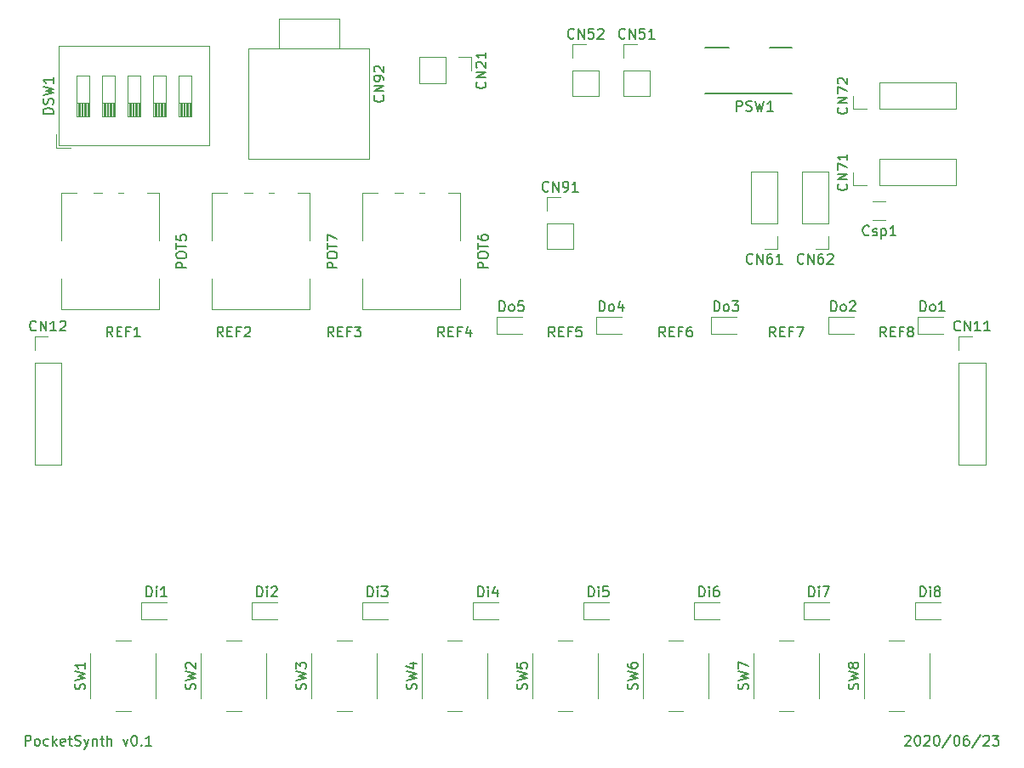
<source format=gto>
G04 #@! TF.GenerationSoftware,KiCad,Pcbnew,(5.1.4-0)*
G04 #@! TF.CreationDate,2020-07-05T15:44:46+08:00*
G04 #@! TF.ProjectId,pocketSynth,706f636b-6574-4537-996e-74682e6b6963,rev?*
G04 #@! TF.SameCoordinates,PX510ff40PY9896800*
G04 #@! TF.FileFunction,Legend,Top*
G04 #@! TF.FilePolarity,Positive*
%FSLAX46Y46*%
G04 Gerber Fmt 4.6, Leading zero omitted, Abs format (unit mm)*
G04 Created by KiCad (PCBNEW (5.1.4-0)) date 2020-07-05 15:44:46*
%MOMM*%
%LPD*%
G04 APERTURE LIST*
%ADD10C,0.150000*%
%ADD11C,0.120000*%
G04 APERTURE END LIST*
D10*
X89333333Y2452381D02*
X89380952Y2500000D01*
X89476190Y2547620D01*
X89714285Y2547620D01*
X89809523Y2500000D01*
X89857142Y2452381D01*
X89904761Y2357143D01*
X89904761Y2261905D01*
X89857142Y2119048D01*
X89285714Y1547620D01*
X89904761Y1547620D01*
X90523809Y2547620D02*
X90619047Y2547620D01*
X90714285Y2500000D01*
X90761904Y2452381D01*
X90809523Y2357143D01*
X90857142Y2166667D01*
X90857142Y1928572D01*
X90809523Y1738096D01*
X90761904Y1642858D01*
X90714285Y1595239D01*
X90619047Y1547620D01*
X90523809Y1547620D01*
X90428571Y1595239D01*
X90380952Y1642858D01*
X90333333Y1738096D01*
X90285714Y1928572D01*
X90285714Y2166667D01*
X90333333Y2357143D01*
X90380952Y2452381D01*
X90428571Y2500000D01*
X90523809Y2547620D01*
X91238095Y2452381D02*
X91285714Y2500000D01*
X91380952Y2547620D01*
X91619047Y2547620D01*
X91714285Y2500000D01*
X91761904Y2452381D01*
X91809523Y2357143D01*
X91809523Y2261905D01*
X91761904Y2119048D01*
X91190476Y1547620D01*
X91809523Y1547620D01*
X92428571Y2547620D02*
X92523809Y2547620D01*
X92619047Y2500000D01*
X92666666Y2452381D01*
X92714285Y2357143D01*
X92761904Y2166667D01*
X92761904Y1928572D01*
X92714285Y1738096D01*
X92666666Y1642858D01*
X92619047Y1595239D01*
X92523809Y1547620D01*
X92428571Y1547620D01*
X92333333Y1595239D01*
X92285714Y1642858D01*
X92238095Y1738096D01*
X92190476Y1928572D01*
X92190476Y2166667D01*
X92238095Y2357143D01*
X92285714Y2452381D01*
X92333333Y2500000D01*
X92428571Y2547620D01*
X93904761Y2595239D02*
X93047619Y1309524D01*
X94428571Y2547620D02*
X94523809Y2547620D01*
X94619047Y2500000D01*
X94666666Y2452381D01*
X94714285Y2357143D01*
X94761904Y2166667D01*
X94761904Y1928572D01*
X94714285Y1738096D01*
X94666666Y1642858D01*
X94619047Y1595239D01*
X94523809Y1547620D01*
X94428571Y1547620D01*
X94333333Y1595239D01*
X94285714Y1642858D01*
X94238095Y1738096D01*
X94190476Y1928572D01*
X94190476Y2166667D01*
X94238095Y2357143D01*
X94285714Y2452381D01*
X94333333Y2500000D01*
X94428571Y2547620D01*
X95619047Y2547620D02*
X95428571Y2547620D01*
X95333333Y2500000D01*
X95285714Y2452381D01*
X95190476Y2309524D01*
X95142857Y2119048D01*
X95142857Y1738096D01*
X95190476Y1642858D01*
X95238095Y1595239D01*
X95333333Y1547620D01*
X95523809Y1547620D01*
X95619047Y1595239D01*
X95666666Y1642858D01*
X95714285Y1738096D01*
X95714285Y1976191D01*
X95666666Y2071429D01*
X95619047Y2119048D01*
X95523809Y2166667D01*
X95333333Y2166667D01*
X95238095Y2119048D01*
X95190476Y2071429D01*
X95142857Y1976191D01*
X96857142Y2595239D02*
X96000000Y1309524D01*
X97142857Y2452381D02*
X97190476Y2500000D01*
X97285714Y2547620D01*
X97523809Y2547620D01*
X97619047Y2500000D01*
X97666666Y2452381D01*
X97714285Y2357143D01*
X97714285Y2261905D01*
X97666666Y2119048D01*
X97095238Y1547620D01*
X97714285Y1547620D01*
X98047619Y2547620D02*
X98666666Y2547620D01*
X98333333Y2166667D01*
X98476190Y2166667D01*
X98571428Y2119048D01*
X98619047Y2071429D01*
X98666666Y1976191D01*
X98666666Y1738096D01*
X98619047Y1642858D01*
X98571428Y1595239D01*
X98476190Y1547620D01*
X98190476Y1547620D01*
X98095238Y1595239D01*
X98047619Y1642858D01*
X1738095Y1547620D02*
X1738095Y2547620D01*
X2119047Y2547620D01*
X2214285Y2500000D01*
X2261904Y2452381D01*
X2309523Y2357143D01*
X2309523Y2214286D01*
X2261904Y2119048D01*
X2214285Y2071429D01*
X2119047Y2023810D01*
X1738095Y2023810D01*
X2880952Y1547620D02*
X2785714Y1595239D01*
X2738095Y1642858D01*
X2690476Y1738096D01*
X2690476Y2023810D01*
X2738095Y2119048D01*
X2785714Y2166667D01*
X2880952Y2214286D01*
X3023809Y2214286D01*
X3119047Y2166667D01*
X3166666Y2119048D01*
X3214285Y2023810D01*
X3214285Y1738096D01*
X3166666Y1642858D01*
X3119047Y1595239D01*
X3023809Y1547620D01*
X2880952Y1547620D01*
X4071428Y1595239D02*
X3976190Y1547620D01*
X3785714Y1547620D01*
X3690476Y1595239D01*
X3642857Y1642858D01*
X3595238Y1738096D01*
X3595238Y2023810D01*
X3642857Y2119048D01*
X3690476Y2166667D01*
X3785714Y2214286D01*
X3976190Y2214286D01*
X4071428Y2166667D01*
X4500000Y1547620D02*
X4500000Y2547620D01*
X4595238Y1928572D02*
X4880952Y1547620D01*
X4880952Y2214286D02*
X4500000Y1833334D01*
X5690476Y1595239D02*
X5595238Y1547620D01*
X5404761Y1547620D01*
X5309523Y1595239D01*
X5261904Y1690477D01*
X5261904Y2071429D01*
X5309523Y2166667D01*
X5404761Y2214286D01*
X5595238Y2214286D01*
X5690476Y2166667D01*
X5738095Y2071429D01*
X5738095Y1976191D01*
X5261904Y1880953D01*
X6023809Y2214286D02*
X6404761Y2214286D01*
X6166666Y2547620D02*
X6166666Y1690477D01*
X6214285Y1595239D01*
X6309523Y1547620D01*
X6404761Y1547620D01*
X6690476Y1595239D02*
X6833333Y1547620D01*
X7071428Y1547620D01*
X7166666Y1595239D01*
X7214285Y1642858D01*
X7261904Y1738096D01*
X7261904Y1833334D01*
X7214285Y1928572D01*
X7166666Y1976191D01*
X7071428Y2023810D01*
X6880952Y2071429D01*
X6785714Y2119048D01*
X6738095Y2166667D01*
X6690476Y2261905D01*
X6690476Y2357143D01*
X6738095Y2452381D01*
X6785714Y2500000D01*
X6880952Y2547620D01*
X7119047Y2547620D01*
X7261904Y2500000D01*
X7595238Y2214286D02*
X7833333Y1547620D01*
X8071428Y2214286D02*
X7833333Y1547620D01*
X7738095Y1309524D01*
X7690476Y1261905D01*
X7595238Y1214286D01*
X8452380Y2214286D02*
X8452380Y1547620D01*
X8452380Y2119048D02*
X8500000Y2166667D01*
X8595238Y2214286D01*
X8738095Y2214286D01*
X8833333Y2166667D01*
X8880952Y2071429D01*
X8880952Y1547620D01*
X9214285Y2214286D02*
X9595238Y2214286D01*
X9357142Y2547620D02*
X9357142Y1690477D01*
X9404761Y1595239D01*
X9500000Y1547620D01*
X9595238Y1547620D01*
X9928571Y1547620D02*
X9928571Y2547620D01*
X10357142Y1547620D02*
X10357142Y2071429D01*
X10309523Y2166667D01*
X10214285Y2214286D01*
X10071428Y2214286D01*
X9976190Y2166667D01*
X9928571Y2119048D01*
X11500000Y2214286D02*
X11738095Y1547620D01*
X11976190Y2214286D01*
X12547619Y2547620D02*
X12642857Y2547620D01*
X12738095Y2500000D01*
X12785714Y2452381D01*
X12833333Y2357143D01*
X12880952Y2166667D01*
X12880952Y1928572D01*
X12833333Y1738096D01*
X12785714Y1642858D01*
X12738095Y1595239D01*
X12642857Y1547620D01*
X12547619Y1547620D01*
X12452380Y1595239D01*
X12404761Y1642858D01*
X12357142Y1738096D01*
X12309523Y1928572D01*
X12309523Y2166667D01*
X12357142Y2357143D01*
X12404761Y2452381D01*
X12452380Y2500000D01*
X12547619Y2547620D01*
X13309523Y1642858D02*
X13357142Y1595239D01*
X13309523Y1547620D01*
X13261904Y1595239D01*
X13309523Y1642858D01*
X13309523Y1547620D01*
X14309523Y1547620D02*
X13738095Y1547620D01*
X14023809Y1547620D02*
X14023809Y2547620D01*
X13928571Y2404762D01*
X13833333Y2309524D01*
X13738095Y2261905D01*
D11*
X94670000Y29510000D02*
X97330000Y29510000D01*
X94670000Y39730000D02*
X94670000Y29510000D01*
X97330000Y39730000D02*
X97330000Y29510000D01*
X94670000Y39730000D02*
X97330000Y39730000D01*
X94670000Y41000000D02*
X94670000Y42330000D01*
X94670000Y42330000D02*
X96000000Y42330000D01*
X2670000Y42330000D02*
X4000000Y42330000D01*
X2670000Y41000000D02*
X2670000Y42330000D01*
X2670000Y39730000D02*
X5330000Y39730000D01*
X5330000Y39730000D02*
X5330000Y29510000D01*
X2670000Y39730000D02*
X2670000Y29510000D01*
X2670000Y29510000D02*
X5330000Y29510000D01*
X46170000Y70180000D02*
X46170000Y68850000D01*
X44840000Y70180000D02*
X46170000Y70180000D01*
X43570000Y70180000D02*
X43570000Y67520000D01*
X43570000Y67520000D02*
X40970000Y67520000D01*
X43570000Y70180000D02*
X40970000Y70180000D01*
X40970000Y70180000D02*
X40970000Y67520000D01*
X61290000Y66250000D02*
X63950000Y66250000D01*
X61290000Y68850000D02*
X61290000Y66250000D01*
X63950000Y68850000D02*
X63950000Y66250000D01*
X61290000Y68850000D02*
X63950000Y68850000D01*
X61290000Y70120000D02*
X61290000Y71450000D01*
X61290000Y71450000D02*
X62620000Y71450000D01*
X56210000Y71450000D02*
X57540000Y71450000D01*
X56210000Y70120000D02*
X56210000Y71450000D01*
X56210000Y68850000D02*
X58870000Y68850000D01*
X58870000Y68850000D02*
X58870000Y66250000D01*
X56210000Y68850000D02*
X56210000Y66250000D01*
X56210000Y66250000D02*
X58870000Y66250000D01*
X76650000Y58750000D02*
X73990000Y58750000D01*
X76650000Y53610000D02*
X76650000Y58750000D01*
X73990000Y53610000D02*
X73990000Y58750000D01*
X76650000Y53610000D02*
X73990000Y53610000D01*
X76650000Y52340000D02*
X76650000Y51010000D01*
X76650000Y51010000D02*
X75320000Y51010000D01*
X81730000Y51010000D02*
X80400000Y51010000D01*
X81730000Y52340000D02*
X81730000Y51010000D01*
X81730000Y53610000D02*
X79070000Y53610000D01*
X79070000Y53610000D02*
X79070000Y58750000D01*
X81730000Y53610000D02*
X81730000Y58750000D01*
X81730000Y58750000D02*
X79070000Y58750000D01*
X94430000Y57360000D02*
X94430000Y60020000D01*
X86750000Y57360000D02*
X94430000Y57360000D01*
X86750000Y60020000D02*
X94430000Y60020000D01*
X86750000Y57360000D02*
X86750000Y60020000D01*
X85480000Y57360000D02*
X84150000Y57360000D01*
X84150000Y57360000D02*
X84150000Y58690000D01*
X84150000Y64980000D02*
X84150000Y66310000D01*
X85480000Y64980000D02*
X84150000Y64980000D01*
X86750000Y64980000D02*
X86750000Y67640000D01*
X86750000Y67640000D02*
X94430000Y67640000D01*
X86750000Y64980000D02*
X94430000Y64980000D01*
X94430000Y64980000D02*
X94430000Y67640000D01*
X53670000Y51010000D02*
X56330000Y51010000D01*
X53670000Y53610000D02*
X53670000Y51010000D01*
X56330000Y53610000D02*
X56330000Y51010000D01*
X53670000Y53610000D02*
X56330000Y53610000D01*
X53670000Y54880000D02*
X53670000Y56210000D01*
X53670000Y56210000D02*
X55000000Y56210000D01*
X30000000Y71000000D02*
X36000000Y71000000D01*
X36000000Y71000000D02*
X36000000Y60000000D01*
X36000000Y60000000D02*
X24000000Y60000000D01*
X24000000Y60000000D02*
X24000000Y71000000D01*
X24000000Y71000000D02*
X30000000Y71000000D01*
X33000000Y71000000D02*
X33000000Y74000000D01*
X33000000Y74000000D02*
X27000000Y74000000D01*
X27000000Y74000000D02*
X27000000Y71000000D01*
X87399000Y53960000D02*
X86141000Y53960000D01*
X87399000Y55800000D02*
X86141000Y55800000D01*
X13300000Y15850000D02*
X15850000Y15850000D01*
X13300000Y14150000D02*
X15850000Y14150000D01*
X13300000Y15850000D02*
X13300000Y14150000D01*
X24300000Y15850000D02*
X24300000Y14150000D01*
X24300000Y14150000D02*
X26850000Y14150000D01*
X24300000Y15850000D02*
X26850000Y15850000D01*
X35300000Y15850000D02*
X37850000Y15850000D01*
X35300000Y14150000D02*
X37850000Y14150000D01*
X35300000Y15850000D02*
X35300000Y14150000D01*
X46300000Y15850000D02*
X46300000Y14150000D01*
X46300000Y14150000D02*
X48850000Y14150000D01*
X46300000Y15850000D02*
X48850000Y15850000D01*
X57300000Y15850000D02*
X59850000Y15850000D01*
X57300000Y14150000D02*
X59850000Y14150000D01*
X57300000Y15850000D02*
X57300000Y14150000D01*
X68300000Y15850000D02*
X68300000Y14150000D01*
X68300000Y14150000D02*
X70850000Y14150000D01*
X68300000Y15850000D02*
X70850000Y15850000D01*
X79250000Y15850000D02*
X81800000Y15850000D01*
X79250000Y14150000D02*
X81800000Y14150000D01*
X79250000Y15850000D02*
X79250000Y14150000D01*
X90300000Y15850000D02*
X90300000Y14150000D01*
X90300000Y14150000D02*
X92850000Y14150000D01*
X90300000Y15850000D02*
X92850000Y15850000D01*
X90550000Y44300000D02*
X90550000Y42600000D01*
X90550000Y42600000D02*
X93100000Y42600000D01*
X90550000Y44300000D02*
X93100000Y44300000D01*
X81660000Y44300000D02*
X81660000Y42600000D01*
X81660000Y42600000D02*
X84210000Y42600000D01*
X81660000Y44300000D02*
X84210000Y44300000D01*
X70010000Y44300000D02*
X72560000Y44300000D01*
X70010000Y42600000D02*
X72560000Y42600000D01*
X70010000Y44300000D02*
X70010000Y42600000D01*
X58580000Y44300000D02*
X58580000Y42600000D01*
X58580000Y42600000D02*
X61130000Y42600000D01*
X58580000Y44300000D02*
X61130000Y44300000D01*
X48640000Y44300000D02*
X51190000Y44300000D01*
X48640000Y42600000D02*
X51190000Y42600000D01*
X48640000Y44300000D02*
X48640000Y42600000D01*
X5080000Y61360000D02*
X5080000Y71260000D01*
X20080000Y61360000D02*
X20080000Y71260000D01*
X5080000Y61360000D02*
X20080000Y61360000D01*
X5080000Y71260000D02*
X20080000Y71260000D01*
X4840000Y61120000D02*
X4840000Y62504000D01*
X4840000Y61120000D02*
X6223000Y61120000D01*
X6865000Y64280000D02*
X8135000Y64280000D01*
X8135000Y64280000D02*
X8135000Y68340000D01*
X8135000Y68340000D02*
X6865000Y68340000D01*
X6865000Y68340000D02*
X6865000Y64280000D01*
X6985000Y64280000D02*
X6985000Y65633333D01*
X7105000Y64280000D02*
X7105000Y65633333D01*
X7225000Y64280000D02*
X7225000Y65633333D01*
X7345000Y64280000D02*
X7345000Y65633333D01*
X7465000Y64280000D02*
X7465000Y65633333D01*
X7585000Y64280000D02*
X7585000Y65633333D01*
X7705000Y64280000D02*
X7705000Y65633333D01*
X7825000Y64280000D02*
X7825000Y65633333D01*
X7945000Y64280000D02*
X7945000Y65633333D01*
X8065000Y64280000D02*
X8065000Y65633333D01*
X6865000Y65633333D02*
X8135000Y65633333D01*
X9405000Y64280000D02*
X10675000Y64280000D01*
X10675000Y64280000D02*
X10675000Y68340000D01*
X10675000Y68340000D02*
X9405000Y68340000D01*
X9405000Y68340000D02*
X9405000Y64280000D01*
X9525000Y64280000D02*
X9525000Y65633333D01*
X9645000Y64280000D02*
X9645000Y65633333D01*
X9765000Y64280000D02*
X9765000Y65633333D01*
X9885000Y64280000D02*
X9885000Y65633333D01*
X10005000Y64280000D02*
X10005000Y65633333D01*
X10125000Y64280000D02*
X10125000Y65633333D01*
X10245000Y64280000D02*
X10245000Y65633333D01*
X10365000Y64280000D02*
X10365000Y65633333D01*
X10485000Y64280000D02*
X10485000Y65633333D01*
X10605000Y64280000D02*
X10605000Y65633333D01*
X9405000Y65633333D02*
X10675000Y65633333D01*
X11945000Y64280000D02*
X13215000Y64280000D01*
X13215000Y64280000D02*
X13215000Y68340000D01*
X13215000Y68340000D02*
X11945000Y68340000D01*
X11945000Y68340000D02*
X11945000Y64280000D01*
X12065000Y64280000D02*
X12065000Y65633333D01*
X12185000Y64280000D02*
X12185000Y65633333D01*
X12305000Y64280000D02*
X12305000Y65633333D01*
X12425000Y64280000D02*
X12425000Y65633333D01*
X12545000Y64280000D02*
X12545000Y65633333D01*
X12665000Y64280000D02*
X12665000Y65633333D01*
X12785000Y64280000D02*
X12785000Y65633333D01*
X12905000Y64280000D02*
X12905000Y65633333D01*
X13025000Y64280000D02*
X13025000Y65633333D01*
X13145000Y64280000D02*
X13145000Y65633333D01*
X11945000Y65633333D02*
X13215000Y65633333D01*
X14485000Y64280000D02*
X15755000Y64280000D01*
X15755000Y64280000D02*
X15755000Y68340000D01*
X15755000Y68340000D02*
X14485000Y68340000D01*
X14485000Y68340000D02*
X14485000Y64280000D01*
X14605000Y64280000D02*
X14605000Y65633333D01*
X14725000Y64280000D02*
X14725000Y65633333D01*
X14845000Y64280000D02*
X14845000Y65633333D01*
X14965000Y64280000D02*
X14965000Y65633333D01*
X15085000Y64280000D02*
X15085000Y65633333D01*
X15205000Y64280000D02*
X15205000Y65633333D01*
X15325000Y64280000D02*
X15325000Y65633333D01*
X15445000Y64280000D02*
X15445000Y65633333D01*
X15565000Y64280000D02*
X15565000Y65633333D01*
X15685000Y64280000D02*
X15685000Y65633333D01*
X14485000Y65633333D02*
X15755000Y65633333D01*
X17025000Y64280000D02*
X18295000Y64280000D01*
X18295000Y64280000D02*
X18295000Y68340000D01*
X18295000Y68340000D02*
X17025000Y68340000D01*
X17025000Y68340000D02*
X17025000Y64280000D01*
X17145000Y64280000D02*
X17145000Y65633333D01*
X17265000Y64280000D02*
X17265000Y65633333D01*
X17385000Y64280000D02*
X17385000Y65633333D01*
X17505000Y64280000D02*
X17505000Y65633333D01*
X17625000Y64280000D02*
X17625000Y65633333D01*
X17745000Y64280000D02*
X17745000Y65633333D01*
X17865000Y64280000D02*
X17865000Y65633333D01*
X17985000Y64280000D02*
X17985000Y65633333D01*
X18105000Y64280000D02*
X18105000Y65633333D01*
X18225000Y64280000D02*
X18225000Y65633333D01*
X17025000Y65633333D02*
X18295000Y65633333D01*
X38540000Y56620000D02*
X39370000Y56620000D01*
X40990000Y56620000D02*
X41520000Y56620000D01*
X43890000Y56620000D02*
X45070000Y56620000D01*
X35330000Y56620000D02*
X35330000Y51900000D01*
X45070000Y48090000D02*
X45070000Y45030000D01*
X45080000Y56620000D02*
X45080000Y51900000D01*
X35330000Y48090000D02*
X35330000Y45030000D01*
X35330000Y56620000D02*
X36820000Y56620000D01*
X35330000Y45030000D02*
X45070000Y45030000D01*
X20330000Y45030000D02*
X30070000Y45030000D01*
X20330000Y56620000D02*
X21820000Y56620000D01*
X20330000Y48090000D02*
X20330000Y45030000D01*
X30080000Y56620000D02*
X30080000Y51900000D01*
X30070000Y48090000D02*
X30070000Y45030000D01*
X20330000Y56620000D02*
X20330000Y51900000D01*
X28890000Y56620000D02*
X30070000Y56620000D01*
X25990000Y56620000D02*
X26520000Y56620000D01*
X23540000Y56620000D02*
X24370000Y56620000D01*
X5330000Y45030000D02*
X15070000Y45030000D01*
X5330000Y56620000D02*
X6820000Y56620000D01*
X5330000Y48090000D02*
X5330000Y45030000D01*
X15080000Y56620000D02*
X15080000Y51900000D01*
X15070000Y48090000D02*
X15070000Y45030000D01*
X5330000Y56620000D02*
X5330000Y51900000D01*
X13890000Y56620000D02*
X15070000Y56620000D01*
X10990000Y56620000D02*
X11520000Y56620000D01*
X8540000Y56620000D02*
X9370000Y56620000D01*
D10*
X78060000Y66550000D02*
X69460000Y66550000D01*
X78060000Y71150000D02*
X75860000Y71150000D01*
X71760000Y71150000D02*
X69460000Y71150000D01*
D11*
X12250000Y12000000D02*
X10750000Y12000000D01*
X8250000Y10750000D02*
X8250000Y6250000D01*
X10750000Y5000000D02*
X12250000Y5000000D01*
X14750000Y6250000D02*
X14750000Y10750000D01*
X25750000Y6250000D02*
X25750000Y10750000D01*
X21750000Y5000000D02*
X23250000Y5000000D01*
X19250000Y10750000D02*
X19250000Y6250000D01*
X23250000Y12000000D02*
X21750000Y12000000D01*
X34250000Y12000000D02*
X32750000Y12000000D01*
X30250000Y10750000D02*
X30250000Y6250000D01*
X32750000Y5000000D02*
X34250000Y5000000D01*
X36750000Y6250000D02*
X36750000Y10750000D01*
X47750000Y6250000D02*
X47750000Y10750000D01*
X43750000Y5000000D02*
X45250000Y5000000D01*
X41250000Y10750000D02*
X41250000Y6250000D01*
X45250000Y12000000D02*
X43750000Y12000000D01*
X56250000Y12000000D02*
X54750000Y12000000D01*
X52250000Y10750000D02*
X52250000Y6250000D01*
X54750000Y5000000D02*
X56250000Y5000000D01*
X58750000Y6250000D02*
X58750000Y10750000D01*
X69750000Y6250000D02*
X69750000Y10750000D01*
X65750000Y5000000D02*
X67250000Y5000000D01*
X63250000Y10750000D02*
X63250000Y6250000D01*
X67250000Y12000000D02*
X65750000Y12000000D01*
X78250000Y12000000D02*
X76750000Y12000000D01*
X74250000Y10750000D02*
X74250000Y6250000D01*
X76750000Y5000000D02*
X78250000Y5000000D01*
X80750000Y6250000D02*
X80750000Y10750000D01*
X91750000Y6250000D02*
X91750000Y10750000D01*
X87750000Y5000000D02*
X89250000Y5000000D01*
X85250000Y10750000D02*
X85250000Y6250000D01*
X89250000Y12000000D02*
X87750000Y12000000D01*
D10*
X76452380Y42297620D02*
X76119047Y42773810D01*
X75880952Y42297620D02*
X75880952Y43297620D01*
X76261904Y43297620D01*
X76357142Y43250000D01*
X76404761Y43202381D01*
X76452380Y43107143D01*
X76452380Y42964286D01*
X76404761Y42869048D01*
X76357142Y42821429D01*
X76261904Y42773810D01*
X75880952Y42773810D01*
X76880952Y42821429D02*
X77214285Y42821429D01*
X77357142Y42297620D02*
X76880952Y42297620D01*
X76880952Y43297620D01*
X77357142Y43297620D01*
X78119047Y42821429D02*
X77785714Y42821429D01*
X77785714Y42297620D02*
X77785714Y43297620D01*
X78261904Y43297620D01*
X78547619Y43297620D02*
X79214285Y43297620D01*
X78785714Y42297620D01*
X87452380Y42297620D02*
X87119047Y42773810D01*
X86880952Y42297620D02*
X86880952Y43297620D01*
X87261904Y43297620D01*
X87357142Y43250000D01*
X87404761Y43202381D01*
X87452380Y43107143D01*
X87452380Y42964286D01*
X87404761Y42869048D01*
X87357142Y42821429D01*
X87261904Y42773810D01*
X86880952Y42773810D01*
X87880952Y42821429D02*
X88214285Y42821429D01*
X88357142Y42297620D02*
X87880952Y42297620D01*
X87880952Y43297620D01*
X88357142Y43297620D01*
X89119047Y42821429D02*
X88785714Y42821429D01*
X88785714Y42297620D02*
X88785714Y43297620D01*
X89261904Y43297620D01*
X89785714Y42869048D02*
X89690476Y42916667D01*
X89642857Y42964286D01*
X89595238Y43059524D01*
X89595238Y43107143D01*
X89642857Y43202381D01*
X89690476Y43250000D01*
X89785714Y43297620D01*
X89976190Y43297620D01*
X90071428Y43250000D01*
X90119047Y43202381D01*
X90166666Y43107143D01*
X90166666Y43059524D01*
X90119047Y42964286D01*
X90071428Y42916667D01*
X89976190Y42869048D01*
X89785714Y42869048D01*
X89690476Y42821429D01*
X89642857Y42773810D01*
X89595238Y42678572D01*
X89595238Y42488096D01*
X89642857Y42392858D01*
X89690476Y42345239D01*
X89785714Y42297620D01*
X89976190Y42297620D01*
X90071428Y42345239D01*
X90119047Y42392858D01*
X90166666Y42488096D01*
X90166666Y42678572D01*
X90119047Y42773810D01*
X90071428Y42821429D01*
X89976190Y42869048D01*
X54452380Y42297620D02*
X54119047Y42773810D01*
X53880952Y42297620D02*
X53880952Y43297620D01*
X54261904Y43297620D01*
X54357142Y43250000D01*
X54404761Y43202381D01*
X54452380Y43107143D01*
X54452380Y42964286D01*
X54404761Y42869048D01*
X54357142Y42821429D01*
X54261904Y42773810D01*
X53880952Y42773810D01*
X54880952Y42821429D02*
X55214285Y42821429D01*
X55357142Y42297620D02*
X54880952Y42297620D01*
X54880952Y43297620D01*
X55357142Y43297620D01*
X56119047Y42821429D02*
X55785714Y42821429D01*
X55785714Y42297620D02*
X55785714Y43297620D01*
X56261904Y43297620D01*
X57119047Y43297620D02*
X56642857Y43297620D01*
X56595238Y42821429D01*
X56642857Y42869048D01*
X56738095Y42916667D01*
X56976190Y42916667D01*
X57071428Y42869048D01*
X57119047Y42821429D01*
X57166666Y42726191D01*
X57166666Y42488096D01*
X57119047Y42392858D01*
X57071428Y42345239D01*
X56976190Y42297620D01*
X56738095Y42297620D01*
X56642857Y42345239D01*
X56595238Y42392858D01*
X65452380Y42297620D02*
X65119047Y42773810D01*
X64880952Y42297620D02*
X64880952Y43297620D01*
X65261904Y43297620D01*
X65357142Y43250000D01*
X65404761Y43202381D01*
X65452380Y43107143D01*
X65452380Y42964286D01*
X65404761Y42869048D01*
X65357142Y42821429D01*
X65261904Y42773810D01*
X64880952Y42773810D01*
X65880952Y42821429D02*
X66214285Y42821429D01*
X66357142Y42297620D02*
X65880952Y42297620D01*
X65880952Y43297620D01*
X66357142Y43297620D01*
X67119047Y42821429D02*
X66785714Y42821429D01*
X66785714Y42297620D02*
X66785714Y43297620D01*
X67261904Y43297620D01*
X68071428Y43297620D02*
X67880952Y43297620D01*
X67785714Y43250000D01*
X67738095Y43202381D01*
X67642857Y43059524D01*
X67595238Y42869048D01*
X67595238Y42488096D01*
X67642857Y42392858D01*
X67690476Y42345239D01*
X67785714Y42297620D01*
X67976190Y42297620D01*
X68071428Y42345239D01*
X68119047Y42392858D01*
X68166666Y42488096D01*
X68166666Y42726191D01*
X68119047Y42821429D01*
X68071428Y42869048D01*
X67976190Y42916667D01*
X67785714Y42916667D01*
X67690476Y42869048D01*
X67642857Y42821429D01*
X67595238Y42726191D01*
X32452380Y42297620D02*
X32119047Y42773810D01*
X31880952Y42297620D02*
X31880952Y43297620D01*
X32261904Y43297620D01*
X32357142Y43250000D01*
X32404761Y43202381D01*
X32452380Y43107143D01*
X32452380Y42964286D01*
X32404761Y42869048D01*
X32357142Y42821429D01*
X32261904Y42773810D01*
X31880952Y42773810D01*
X32880952Y42821429D02*
X33214285Y42821429D01*
X33357142Y42297620D02*
X32880952Y42297620D01*
X32880952Y43297620D01*
X33357142Y43297620D01*
X34119047Y42821429D02*
X33785714Y42821429D01*
X33785714Y42297620D02*
X33785714Y43297620D01*
X34261904Y43297620D01*
X34547619Y43297620D02*
X35166666Y43297620D01*
X34833333Y42916667D01*
X34976190Y42916667D01*
X35071428Y42869048D01*
X35119047Y42821429D01*
X35166666Y42726191D01*
X35166666Y42488096D01*
X35119047Y42392858D01*
X35071428Y42345239D01*
X34976190Y42297620D01*
X34690476Y42297620D01*
X34595238Y42345239D01*
X34547619Y42392858D01*
X43452380Y42297620D02*
X43119047Y42773810D01*
X42880952Y42297620D02*
X42880952Y43297620D01*
X43261904Y43297620D01*
X43357142Y43250000D01*
X43404761Y43202381D01*
X43452380Y43107143D01*
X43452380Y42964286D01*
X43404761Y42869048D01*
X43357142Y42821429D01*
X43261904Y42773810D01*
X42880952Y42773810D01*
X43880952Y42821429D02*
X44214285Y42821429D01*
X44357142Y42297620D02*
X43880952Y42297620D01*
X43880952Y43297620D01*
X44357142Y43297620D01*
X45119047Y42821429D02*
X44785714Y42821429D01*
X44785714Y42297620D02*
X44785714Y43297620D01*
X45261904Y43297620D01*
X46071428Y42964286D02*
X46071428Y42297620D01*
X45833333Y43345239D02*
X45595238Y42630953D01*
X46214285Y42630953D01*
X21452380Y42297620D02*
X21119047Y42773810D01*
X20880952Y42297620D02*
X20880952Y43297620D01*
X21261904Y43297620D01*
X21357142Y43250000D01*
X21404761Y43202381D01*
X21452380Y43107143D01*
X21452380Y42964286D01*
X21404761Y42869048D01*
X21357142Y42821429D01*
X21261904Y42773810D01*
X20880952Y42773810D01*
X21880952Y42821429D02*
X22214285Y42821429D01*
X22357142Y42297620D02*
X21880952Y42297620D01*
X21880952Y43297620D01*
X22357142Y43297620D01*
X23119047Y42821429D02*
X22785714Y42821429D01*
X22785714Y42297620D02*
X22785714Y43297620D01*
X23261904Y43297620D01*
X23595238Y43202381D02*
X23642857Y43250000D01*
X23738095Y43297620D01*
X23976190Y43297620D01*
X24071428Y43250000D01*
X24119047Y43202381D01*
X24166666Y43107143D01*
X24166666Y43011905D01*
X24119047Y42869048D01*
X23547619Y42297620D01*
X24166666Y42297620D01*
X10452380Y42297620D02*
X10119047Y42773810D01*
X9880952Y42297620D02*
X9880952Y43297620D01*
X10261904Y43297620D01*
X10357142Y43250000D01*
X10404761Y43202381D01*
X10452380Y43107143D01*
X10452380Y42964286D01*
X10404761Y42869048D01*
X10357142Y42821429D01*
X10261904Y42773810D01*
X9880952Y42773810D01*
X10880952Y42821429D02*
X11214285Y42821429D01*
X11357142Y42297620D02*
X10880952Y42297620D01*
X10880952Y43297620D01*
X11357142Y43297620D01*
X12119047Y42821429D02*
X11785714Y42821429D01*
X11785714Y42297620D02*
X11785714Y43297620D01*
X12261904Y43297620D01*
X13166666Y42297620D02*
X12595238Y42297620D01*
X12880952Y42297620D02*
X12880952Y43297620D01*
X12785714Y43154762D01*
X12690476Y43059524D01*
X12595238Y43011905D01*
X94833333Y42972858D02*
X94785714Y42925239D01*
X94642857Y42877620D01*
X94547619Y42877620D01*
X94404761Y42925239D01*
X94309523Y43020477D01*
X94261904Y43115715D01*
X94214285Y43306191D01*
X94214285Y43449048D01*
X94261904Y43639524D01*
X94309523Y43734762D01*
X94404761Y43830000D01*
X94547619Y43877620D01*
X94642857Y43877620D01*
X94785714Y43830000D01*
X94833333Y43782381D01*
X95261904Y42877620D02*
X95261904Y43877620D01*
X95833333Y42877620D01*
X95833333Y43877620D01*
X96833333Y42877620D02*
X96261904Y42877620D01*
X96547619Y42877620D02*
X96547619Y43877620D01*
X96452380Y43734762D01*
X96357142Y43639524D01*
X96261904Y43591905D01*
X97785714Y42877620D02*
X97214285Y42877620D01*
X97500000Y42877620D02*
X97500000Y43877620D01*
X97404761Y43734762D01*
X97309523Y43639524D01*
X97214285Y43591905D01*
X2833333Y42972858D02*
X2785714Y42925239D01*
X2642857Y42877620D01*
X2547619Y42877620D01*
X2404761Y42925239D01*
X2309523Y43020477D01*
X2261904Y43115715D01*
X2214285Y43306191D01*
X2214285Y43449048D01*
X2261904Y43639524D01*
X2309523Y43734762D01*
X2404761Y43830000D01*
X2547619Y43877620D01*
X2642857Y43877620D01*
X2785714Y43830000D01*
X2833333Y43782381D01*
X3261904Y42877620D02*
X3261904Y43877620D01*
X3833333Y42877620D01*
X3833333Y43877620D01*
X4833333Y42877620D02*
X4261904Y42877620D01*
X4547619Y42877620D02*
X4547619Y43877620D01*
X4452380Y43734762D01*
X4357142Y43639524D01*
X4261904Y43591905D01*
X5214285Y43782381D02*
X5261904Y43830000D01*
X5357142Y43877620D01*
X5595238Y43877620D01*
X5690476Y43830000D01*
X5738095Y43782381D01*
X5785714Y43687143D01*
X5785714Y43591905D01*
X5738095Y43449048D01*
X5166666Y42877620D01*
X5785714Y42877620D01*
X47527142Y67683334D02*
X47574761Y67635715D01*
X47622380Y67492858D01*
X47622380Y67397620D01*
X47574761Y67254762D01*
X47479523Y67159524D01*
X47384285Y67111905D01*
X47193809Y67064286D01*
X47050952Y67064286D01*
X46860476Y67111905D01*
X46765238Y67159524D01*
X46670000Y67254762D01*
X46622380Y67397620D01*
X46622380Y67492858D01*
X46670000Y67635715D01*
X46717619Y67683334D01*
X47622380Y68111905D02*
X46622380Y68111905D01*
X47622380Y68683334D01*
X46622380Y68683334D01*
X46717619Y69111905D02*
X46670000Y69159524D01*
X46622380Y69254762D01*
X46622380Y69492858D01*
X46670000Y69588096D01*
X46717619Y69635715D01*
X46812857Y69683334D01*
X46908095Y69683334D01*
X47050952Y69635715D01*
X47622380Y69064286D01*
X47622380Y69683334D01*
X47622380Y70635715D02*
X47622380Y70064286D01*
X47622380Y70350000D02*
X46622380Y70350000D01*
X46765238Y70254762D01*
X46860476Y70159524D01*
X46908095Y70064286D01*
X61453333Y72092858D02*
X61405714Y72045239D01*
X61262857Y71997620D01*
X61167619Y71997620D01*
X61024761Y72045239D01*
X60929523Y72140477D01*
X60881904Y72235715D01*
X60834285Y72426191D01*
X60834285Y72569048D01*
X60881904Y72759524D01*
X60929523Y72854762D01*
X61024761Y72950000D01*
X61167619Y72997620D01*
X61262857Y72997620D01*
X61405714Y72950000D01*
X61453333Y72902381D01*
X61881904Y71997620D02*
X61881904Y72997620D01*
X62453333Y71997620D01*
X62453333Y72997620D01*
X63405714Y72997620D02*
X62929523Y72997620D01*
X62881904Y72521429D01*
X62929523Y72569048D01*
X63024761Y72616667D01*
X63262857Y72616667D01*
X63358095Y72569048D01*
X63405714Y72521429D01*
X63453333Y72426191D01*
X63453333Y72188096D01*
X63405714Y72092858D01*
X63358095Y72045239D01*
X63262857Y71997620D01*
X63024761Y71997620D01*
X62929523Y72045239D01*
X62881904Y72092858D01*
X64405714Y71997620D02*
X63834285Y71997620D01*
X64120000Y71997620D02*
X64120000Y72997620D01*
X64024761Y72854762D01*
X63929523Y72759524D01*
X63834285Y72711905D01*
X56373333Y72092858D02*
X56325714Y72045239D01*
X56182857Y71997620D01*
X56087619Y71997620D01*
X55944761Y72045239D01*
X55849523Y72140477D01*
X55801904Y72235715D01*
X55754285Y72426191D01*
X55754285Y72569048D01*
X55801904Y72759524D01*
X55849523Y72854762D01*
X55944761Y72950000D01*
X56087619Y72997620D01*
X56182857Y72997620D01*
X56325714Y72950000D01*
X56373333Y72902381D01*
X56801904Y71997620D02*
X56801904Y72997620D01*
X57373333Y71997620D01*
X57373333Y72997620D01*
X58325714Y72997620D02*
X57849523Y72997620D01*
X57801904Y72521429D01*
X57849523Y72569048D01*
X57944761Y72616667D01*
X58182857Y72616667D01*
X58278095Y72569048D01*
X58325714Y72521429D01*
X58373333Y72426191D01*
X58373333Y72188096D01*
X58325714Y72092858D01*
X58278095Y72045239D01*
X58182857Y71997620D01*
X57944761Y71997620D01*
X57849523Y72045239D01*
X57801904Y72092858D01*
X58754285Y72902381D02*
X58801904Y72950000D01*
X58897142Y72997620D01*
X59135238Y72997620D01*
X59230476Y72950000D01*
X59278095Y72902381D01*
X59325714Y72807143D01*
X59325714Y72711905D01*
X59278095Y72569048D01*
X58706666Y71997620D01*
X59325714Y71997620D01*
X74153333Y49652858D02*
X74105714Y49605239D01*
X73962857Y49557620D01*
X73867619Y49557620D01*
X73724761Y49605239D01*
X73629523Y49700477D01*
X73581904Y49795715D01*
X73534285Y49986191D01*
X73534285Y50129048D01*
X73581904Y50319524D01*
X73629523Y50414762D01*
X73724761Y50510000D01*
X73867619Y50557620D01*
X73962857Y50557620D01*
X74105714Y50510000D01*
X74153333Y50462381D01*
X74581904Y49557620D02*
X74581904Y50557620D01*
X75153333Y49557620D01*
X75153333Y50557620D01*
X76058095Y50557620D02*
X75867619Y50557620D01*
X75772380Y50510000D01*
X75724761Y50462381D01*
X75629523Y50319524D01*
X75581904Y50129048D01*
X75581904Y49748096D01*
X75629523Y49652858D01*
X75677142Y49605239D01*
X75772380Y49557620D01*
X75962857Y49557620D01*
X76058095Y49605239D01*
X76105714Y49652858D01*
X76153333Y49748096D01*
X76153333Y49986191D01*
X76105714Y50081429D01*
X76058095Y50129048D01*
X75962857Y50176667D01*
X75772380Y50176667D01*
X75677142Y50129048D01*
X75629523Y50081429D01*
X75581904Y49986191D01*
X77105714Y49557620D02*
X76534285Y49557620D01*
X76820000Y49557620D02*
X76820000Y50557620D01*
X76724761Y50414762D01*
X76629523Y50319524D01*
X76534285Y50271905D01*
X79233333Y49652858D02*
X79185714Y49605239D01*
X79042857Y49557620D01*
X78947619Y49557620D01*
X78804761Y49605239D01*
X78709523Y49700477D01*
X78661904Y49795715D01*
X78614285Y49986191D01*
X78614285Y50129048D01*
X78661904Y50319524D01*
X78709523Y50414762D01*
X78804761Y50510000D01*
X78947619Y50557620D01*
X79042857Y50557620D01*
X79185714Y50510000D01*
X79233333Y50462381D01*
X79661904Y49557620D02*
X79661904Y50557620D01*
X80233333Y49557620D01*
X80233333Y50557620D01*
X81138095Y50557620D02*
X80947619Y50557620D01*
X80852380Y50510000D01*
X80804761Y50462381D01*
X80709523Y50319524D01*
X80661904Y50129048D01*
X80661904Y49748096D01*
X80709523Y49652858D01*
X80757142Y49605239D01*
X80852380Y49557620D01*
X81042857Y49557620D01*
X81138095Y49605239D01*
X81185714Y49652858D01*
X81233333Y49748096D01*
X81233333Y49986191D01*
X81185714Y50081429D01*
X81138095Y50129048D01*
X81042857Y50176667D01*
X80852380Y50176667D01*
X80757142Y50129048D01*
X80709523Y50081429D01*
X80661904Y49986191D01*
X81614285Y50462381D02*
X81661904Y50510000D01*
X81757142Y50557620D01*
X81995238Y50557620D01*
X82090476Y50510000D01*
X82138095Y50462381D01*
X82185714Y50367143D01*
X82185714Y50271905D01*
X82138095Y50129048D01*
X81566666Y49557620D01*
X82185714Y49557620D01*
X83507142Y57523334D02*
X83554761Y57475715D01*
X83602380Y57332858D01*
X83602380Y57237620D01*
X83554761Y57094762D01*
X83459523Y56999524D01*
X83364285Y56951905D01*
X83173809Y56904286D01*
X83030952Y56904286D01*
X82840476Y56951905D01*
X82745238Y56999524D01*
X82650000Y57094762D01*
X82602380Y57237620D01*
X82602380Y57332858D01*
X82650000Y57475715D01*
X82697619Y57523334D01*
X83602380Y57951905D02*
X82602380Y57951905D01*
X83602380Y58523334D01*
X82602380Y58523334D01*
X82602380Y58904286D02*
X82602380Y59570953D01*
X83602380Y59142381D01*
X83602380Y60475715D02*
X83602380Y59904286D01*
X83602380Y60190000D02*
X82602380Y60190000D01*
X82745238Y60094762D01*
X82840476Y59999524D01*
X82888095Y59904286D01*
X83507142Y65143334D02*
X83554761Y65095715D01*
X83602380Y64952858D01*
X83602380Y64857620D01*
X83554761Y64714762D01*
X83459523Y64619524D01*
X83364285Y64571905D01*
X83173809Y64524286D01*
X83030952Y64524286D01*
X82840476Y64571905D01*
X82745238Y64619524D01*
X82650000Y64714762D01*
X82602380Y64857620D01*
X82602380Y64952858D01*
X82650000Y65095715D01*
X82697619Y65143334D01*
X83602380Y65571905D02*
X82602380Y65571905D01*
X83602380Y66143334D01*
X82602380Y66143334D01*
X82602380Y66524286D02*
X82602380Y67190953D01*
X83602380Y66762381D01*
X82697619Y67524286D02*
X82650000Y67571905D01*
X82602380Y67667143D01*
X82602380Y67905239D01*
X82650000Y68000477D01*
X82697619Y68048096D01*
X82792857Y68095715D01*
X82888095Y68095715D01*
X83030952Y68048096D01*
X83602380Y67476667D01*
X83602380Y68095715D01*
X53833333Y56852858D02*
X53785714Y56805239D01*
X53642857Y56757620D01*
X53547619Y56757620D01*
X53404761Y56805239D01*
X53309523Y56900477D01*
X53261904Y56995715D01*
X53214285Y57186191D01*
X53214285Y57329048D01*
X53261904Y57519524D01*
X53309523Y57614762D01*
X53404761Y57710000D01*
X53547619Y57757620D01*
X53642857Y57757620D01*
X53785714Y57710000D01*
X53833333Y57662381D01*
X54261904Y56757620D02*
X54261904Y57757620D01*
X54833333Y56757620D01*
X54833333Y57757620D01*
X55357142Y56757620D02*
X55547619Y56757620D01*
X55642857Y56805239D01*
X55690476Y56852858D01*
X55785714Y56995715D01*
X55833333Y57186191D01*
X55833333Y57567143D01*
X55785714Y57662381D01*
X55738095Y57710000D01*
X55642857Y57757620D01*
X55452380Y57757620D01*
X55357142Y57710000D01*
X55309523Y57662381D01*
X55261904Y57567143D01*
X55261904Y57329048D01*
X55309523Y57233810D01*
X55357142Y57186191D01*
X55452380Y57138572D01*
X55642857Y57138572D01*
X55738095Y57186191D01*
X55785714Y57233810D01*
X55833333Y57329048D01*
X56785714Y56757620D02*
X56214285Y56757620D01*
X56500000Y56757620D02*
X56500000Y57757620D01*
X56404761Y57614762D01*
X56309523Y57519524D01*
X56214285Y57471905D01*
X37357142Y66333334D02*
X37404761Y66285715D01*
X37452380Y66142858D01*
X37452380Y66047620D01*
X37404761Y65904762D01*
X37309523Y65809524D01*
X37214285Y65761905D01*
X37023809Y65714286D01*
X36880952Y65714286D01*
X36690476Y65761905D01*
X36595238Y65809524D01*
X36500000Y65904762D01*
X36452380Y66047620D01*
X36452380Y66142858D01*
X36500000Y66285715D01*
X36547619Y66333334D01*
X37452380Y66761905D02*
X36452380Y66761905D01*
X37452380Y67333334D01*
X36452380Y67333334D01*
X37452380Y67857143D02*
X37452380Y68047620D01*
X37404761Y68142858D01*
X37357142Y68190477D01*
X37214285Y68285715D01*
X37023809Y68333334D01*
X36642857Y68333334D01*
X36547619Y68285715D01*
X36500000Y68238096D01*
X36452380Y68142858D01*
X36452380Y67952381D01*
X36500000Y67857143D01*
X36547619Y67809524D01*
X36642857Y67761905D01*
X36880952Y67761905D01*
X36976190Y67809524D01*
X37023809Y67857143D01*
X37071428Y67952381D01*
X37071428Y68142858D01*
X37023809Y68238096D01*
X36976190Y68285715D01*
X36880952Y68333334D01*
X36547619Y68714286D02*
X36500000Y68761905D01*
X36452380Y68857143D01*
X36452380Y69095239D01*
X36500000Y69190477D01*
X36547619Y69238096D01*
X36642857Y69285715D01*
X36738095Y69285715D01*
X36880952Y69238096D01*
X37452380Y68666667D01*
X37452380Y69285715D01*
X85746190Y52472858D02*
X85698571Y52425239D01*
X85555714Y52377620D01*
X85460476Y52377620D01*
X85317619Y52425239D01*
X85222380Y52520477D01*
X85174761Y52615715D01*
X85127142Y52806191D01*
X85127142Y52949048D01*
X85174761Y53139524D01*
X85222380Y53234762D01*
X85317619Y53330000D01*
X85460476Y53377620D01*
X85555714Y53377620D01*
X85698571Y53330000D01*
X85746190Y53282381D01*
X86127142Y52425239D02*
X86222380Y52377620D01*
X86412857Y52377620D01*
X86508095Y52425239D01*
X86555714Y52520477D01*
X86555714Y52568096D01*
X86508095Y52663334D01*
X86412857Y52710953D01*
X86270000Y52710953D01*
X86174761Y52758572D01*
X86127142Y52853810D01*
X86127142Y52901429D01*
X86174761Y52996667D01*
X86270000Y53044286D01*
X86412857Y53044286D01*
X86508095Y52996667D01*
X86984285Y53044286D02*
X86984285Y52044286D01*
X86984285Y52996667D02*
X87079523Y53044286D01*
X87270000Y53044286D01*
X87365238Y52996667D01*
X87412857Y52949048D01*
X87460476Y52853810D01*
X87460476Y52568096D01*
X87412857Y52472858D01*
X87365238Y52425239D01*
X87270000Y52377620D01*
X87079523Y52377620D01*
X86984285Y52425239D01*
X88412857Y52377620D02*
X87841428Y52377620D01*
X88127142Y52377620D02*
X88127142Y53377620D01*
X88031904Y53234762D01*
X87936666Y53139524D01*
X87841428Y53091905D01*
X13823809Y16397620D02*
X13823809Y17397620D01*
X14061904Y17397620D01*
X14204761Y17350000D01*
X14300000Y17254762D01*
X14347619Y17159524D01*
X14395238Y16969048D01*
X14395238Y16826191D01*
X14347619Y16635715D01*
X14300000Y16540477D01*
X14204761Y16445239D01*
X14061904Y16397620D01*
X13823809Y16397620D01*
X14823809Y16397620D02*
X14823809Y17064286D01*
X14823809Y17397620D02*
X14776190Y17350000D01*
X14823809Y17302381D01*
X14871428Y17350000D01*
X14823809Y17397620D01*
X14823809Y17302381D01*
X15823809Y16397620D02*
X15252380Y16397620D01*
X15538095Y16397620D02*
X15538095Y17397620D01*
X15442857Y17254762D01*
X15347619Y17159524D01*
X15252380Y17111905D01*
X24823809Y16397620D02*
X24823809Y17397620D01*
X25061904Y17397620D01*
X25204761Y17350000D01*
X25300000Y17254762D01*
X25347619Y17159524D01*
X25395238Y16969048D01*
X25395238Y16826191D01*
X25347619Y16635715D01*
X25300000Y16540477D01*
X25204761Y16445239D01*
X25061904Y16397620D01*
X24823809Y16397620D01*
X25823809Y16397620D02*
X25823809Y17064286D01*
X25823809Y17397620D02*
X25776190Y17350000D01*
X25823809Y17302381D01*
X25871428Y17350000D01*
X25823809Y17397620D01*
X25823809Y17302381D01*
X26252380Y17302381D02*
X26300000Y17350000D01*
X26395238Y17397620D01*
X26633333Y17397620D01*
X26728571Y17350000D01*
X26776190Y17302381D01*
X26823809Y17207143D01*
X26823809Y17111905D01*
X26776190Y16969048D01*
X26204761Y16397620D01*
X26823809Y16397620D01*
X35823809Y16397620D02*
X35823809Y17397620D01*
X36061904Y17397620D01*
X36204761Y17350000D01*
X36300000Y17254762D01*
X36347619Y17159524D01*
X36395238Y16969048D01*
X36395238Y16826191D01*
X36347619Y16635715D01*
X36300000Y16540477D01*
X36204761Y16445239D01*
X36061904Y16397620D01*
X35823809Y16397620D01*
X36823809Y16397620D02*
X36823809Y17064286D01*
X36823809Y17397620D02*
X36776190Y17350000D01*
X36823809Y17302381D01*
X36871428Y17350000D01*
X36823809Y17397620D01*
X36823809Y17302381D01*
X37204761Y17397620D02*
X37823809Y17397620D01*
X37490476Y17016667D01*
X37633333Y17016667D01*
X37728571Y16969048D01*
X37776190Y16921429D01*
X37823809Y16826191D01*
X37823809Y16588096D01*
X37776190Y16492858D01*
X37728571Y16445239D01*
X37633333Y16397620D01*
X37347619Y16397620D01*
X37252380Y16445239D01*
X37204761Y16492858D01*
X46823809Y16397620D02*
X46823809Y17397620D01*
X47061904Y17397620D01*
X47204761Y17350000D01*
X47300000Y17254762D01*
X47347619Y17159524D01*
X47395238Y16969048D01*
X47395238Y16826191D01*
X47347619Y16635715D01*
X47300000Y16540477D01*
X47204761Y16445239D01*
X47061904Y16397620D01*
X46823809Y16397620D01*
X47823809Y16397620D02*
X47823809Y17064286D01*
X47823809Y17397620D02*
X47776190Y17350000D01*
X47823809Y17302381D01*
X47871428Y17350000D01*
X47823809Y17397620D01*
X47823809Y17302381D01*
X48728571Y17064286D02*
X48728571Y16397620D01*
X48490476Y17445239D02*
X48252380Y16730953D01*
X48871428Y16730953D01*
X57823809Y16397620D02*
X57823809Y17397620D01*
X58061904Y17397620D01*
X58204761Y17350000D01*
X58300000Y17254762D01*
X58347619Y17159524D01*
X58395238Y16969048D01*
X58395238Y16826191D01*
X58347619Y16635715D01*
X58300000Y16540477D01*
X58204761Y16445239D01*
X58061904Y16397620D01*
X57823809Y16397620D01*
X58823809Y16397620D02*
X58823809Y17064286D01*
X58823809Y17397620D02*
X58776190Y17350000D01*
X58823809Y17302381D01*
X58871428Y17350000D01*
X58823809Y17397620D01*
X58823809Y17302381D01*
X59776190Y17397620D02*
X59300000Y17397620D01*
X59252380Y16921429D01*
X59300000Y16969048D01*
X59395238Y17016667D01*
X59633333Y17016667D01*
X59728571Y16969048D01*
X59776190Y16921429D01*
X59823809Y16826191D01*
X59823809Y16588096D01*
X59776190Y16492858D01*
X59728571Y16445239D01*
X59633333Y16397620D01*
X59395238Y16397620D01*
X59300000Y16445239D01*
X59252380Y16492858D01*
X68823809Y16397620D02*
X68823809Y17397620D01*
X69061904Y17397620D01*
X69204761Y17350000D01*
X69300000Y17254762D01*
X69347619Y17159524D01*
X69395238Y16969048D01*
X69395238Y16826191D01*
X69347619Y16635715D01*
X69300000Y16540477D01*
X69204761Y16445239D01*
X69061904Y16397620D01*
X68823809Y16397620D01*
X69823809Y16397620D02*
X69823809Y17064286D01*
X69823809Y17397620D02*
X69776190Y17350000D01*
X69823809Y17302381D01*
X69871428Y17350000D01*
X69823809Y17397620D01*
X69823809Y17302381D01*
X70728571Y17397620D02*
X70538095Y17397620D01*
X70442857Y17350000D01*
X70395238Y17302381D01*
X70300000Y17159524D01*
X70252380Y16969048D01*
X70252380Y16588096D01*
X70300000Y16492858D01*
X70347619Y16445239D01*
X70442857Y16397620D01*
X70633333Y16397620D01*
X70728571Y16445239D01*
X70776190Y16492858D01*
X70823809Y16588096D01*
X70823809Y16826191D01*
X70776190Y16921429D01*
X70728571Y16969048D01*
X70633333Y17016667D01*
X70442857Y17016667D01*
X70347619Y16969048D01*
X70300000Y16921429D01*
X70252380Y16826191D01*
X79773809Y16397620D02*
X79773809Y17397620D01*
X80011904Y17397620D01*
X80154761Y17350000D01*
X80250000Y17254762D01*
X80297619Y17159524D01*
X80345238Y16969048D01*
X80345238Y16826191D01*
X80297619Y16635715D01*
X80250000Y16540477D01*
X80154761Y16445239D01*
X80011904Y16397620D01*
X79773809Y16397620D01*
X80773809Y16397620D02*
X80773809Y17064286D01*
X80773809Y17397620D02*
X80726190Y17350000D01*
X80773809Y17302381D01*
X80821428Y17350000D01*
X80773809Y17397620D01*
X80773809Y17302381D01*
X81154761Y17397620D02*
X81821428Y17397620D01*
X81392857Y16397620D01*
X90823809Y16397620D02*
X90823809Y17397620D01*
X91061904Y17397620D01*
X91204761Y17350000D01*
X91300000Y17254762D01*
X91347619Y17159524D01*
X91395238Y16969048D01*
X91395238Y16826191D01*
X91347619Y16635715D01*
X91300000Y16540477D01*
X91204761Y16445239D01*
X91061904Y16397620D01*
X90823809Y16397620D01*
X91823809Y16397620D02*
X91823809Y17064286D01*
X91823809Y17397620D02*
X91776190Y17350000D01*
X91823809Y17302381D01*
X91871428Y17350000D01*
X91823809Y17397620D01*
X91823809Y17302381D01*
X92442857Y16969048D02*
X92347619Y17016667D01*
X92300000Y17064286D01*
X92252380Y17159524D01*
X92252380Y17207143D01*
X92300000Y17302381D01*
X92347619Y17350000D01*
X92442857Y17397620D01*
X92633333Y17397620D01*
X92728571Y17350000D01*
X92776190Y17302381D01*
X92823809Y17207143D01*
X92823809Y17159524D01*
X92776190Y17064286D01*
X92728571Y17016667D01*
X92633333Y16969048D01*
X92442857Y16969048D01*
X92347619Y16921429D01*
X92300000Y16873810D01*
X92252380Y16778572D01*
X92252380Y16588096D01*
X92300000Y16492858D01*
X92347619Y16445239D01*
X92442857Y16397620D01*
X92633333Y16397620D01*
X92728571Y16445239D01*
X92776190Y16492858D01*
X92823809Y16588096D01*
X92823809Y16778572D01*
X92776190Y16873810D01*
X92728571Y16921429D01*
X92633333Y16969048D01*
X90859523Y44847620D02*
X90859523Y45847620D01*
X91097619Y45847620D01*
X91240476Y45800000D01*
X91335714Y45704762D01*
X91383333Y45609524D01*
X91430952Y45419048D01*
X91430952Y45276191D01*
X91383333Y45085715D01*
X91335714Y44990477D01*
X91240476Y44895239D01*
X91097619Y44847620D01*
X90859523Y44847620D01*
X92002380Y44847620D02*
X91907142Y44895239D01*
X91859523Y44942858D01*
X91811904Y45038096D01*
X91811904Y45323810D01*
X91859523Y45419048D01*
X91907142Y45466667D01*
X92002380Y45514286D01*
X92145238Y45514286D01*
X92240476Y45466667D01*
X92288095Y45419048D01*
X92335714Y45323810D01*
X92335714Y45038096D01*
X92288095Y44942858D01*
X92240476Y44895239D01*
X92145238Y44847620D01*
X92002380Y44847620D01*
X93288095Y44847620D02*
X92716666Y44847620D01*
X93002380Y44847620D02*
X93002380Y45847620D01*
X92907142Y45704762D01*
X92811904Y45609524D01*
X92716666Y45561905D01*
X81969523Y44847620D02*
X81969523Y45847620D01*
X82207619Y45847620D01*
X82350476Y45800000D01*
X82445714Y45704762D01*
X82493333Y45609524D01*
X82540952Y45419048D01*
X82540952Y45276191D01*
X82493333Y45085715D01*
X82445714Y44990477D01*
X82350476Y44895239D01*
X82207619Y44847620D01*
X81969523Y44847620D01*
X83112380Y44847620D02*
X83017142Y44895239D01*
X82969523Y44942858D01*
X82921904Y45038096D01*
X82921904Y45323810D01*
X82969523Y45419048D01*
X83017142Y45466667D01*
X83112380Y45514286D01*
X83255238Y45514286D01*
X83350476Y45466667D01*
X83398095Y45419048D01*
X83445714Y45323810D01*
X83445714Y45038096D01*
X83398095Y44942858D01*
X83350476Y44895239D01*
X83255238Y44847620D01*
X83112380Y44847620D01*
X83826666Y45752381D02*
X83874285Y45800000D01*
X83969523Y45847620D01*
X84207619Y45847620D01*
X84302857Y45800000D01*
X84350476Y45752381D01*
X84398095Y45657143D01*
X84398095Y45561905D01*
X84350476Y45419048D01*
X83779047Y44847620D01*
X84398095Y44847620D01*
X70319523Y44847620D02*
X70319523Y45847620D01*
X70557619Y45847620D01*
X70700476Y45800000D01*
X70795714Y45704762D01*
X70843333Y45609524D01*
X70890952Y45419048D01*
X70890952Y45276191D01*
X70843333Y45085715D01*
X70795714Y44990477D01*
X70700476Y44895239D01*
X70557619Y44847620D01*
X70319523Y44847620D01*
X71462380Y44847620D02*
X71367142Y44895239D01*
X71319523Y44942858D01*
X71271904Y45038096D01*
X71271904Y45323810D01*
X71319523Y45419048D01*
X71367142Y45466667D01*
X71462380Y45514286D01*
X71605238Y45514286D01*
X71700476Y45466667D01*
X71748095Y45419048D01*
X71795714Y45323810D01*
X71795714Y45038096D01*
X71748095Y44942858D01*
X71700476Y44895239D01*
X71605238Y44847620D01*
X71462380Y44847620D01*
X72129047Y45847620D02*
X72748095Y45847620D01*
X72414761Y45466667D01*
X72557619Y45466667D01*
X72652857Y45419048D01*
X72700476Y45371429D01*
X72748095Y45276191D01*
X72748095Y45038096D01*
X72700476Y44942858D01*
X72652857Y44895239D01*
X72557619Y44847620D01*
X72271904Y44847620D01*
X72176666Y44895239D01*
X72129047Y44942858D01*
X58889523Y44847620D02*
X58889523Y45847620D01*
X59127619Y45847620D01*
X59270476Y45800000D01*
X59365714Y45704762D01*
X59413333Y45609524D01*
X59460952Y45419048D01*
X59460952Y45276191D01*
X59413333Y45085715D01*
X59365714Y44990477D01*
X59270476Y44895239D01*
X59127619Y44847620D01*
X58889523Y44847620D01*
X60032380Y44847620D02*
X59937142Y44895239D01*
X59889523Y44942858D01*
X59841904Y45038096D01*
X59841904Y45323810D01*
X59889523Y45419048D01*
X59937142Y45466667D01*
X60032380Y45514286D01*
X60175238Y45514286D01*
X60270476Y45466667D01*
X60318095Y45419048D01*
X60365714Y45323810D01*
X60365714Y45038096D01*
X60318095Y44942858D01*
X60270476Y44895239D01*
X60175238Y44847620D01*
X60032380Y44847620D01*
X61222857Y45514286D02*
X61222857Y44847620D01*
X60984761Y45895239D02*
X60746666Y45180953D01*
X61365714Y45180953D01*
X48949523Y44847620D02*
X48949523Y45847620D01*
X49187619Y45847620D01*
X49330476Y45800000D01*
X49425714Y45704762D01*
X49473333Y45609524D01*
X49520952Y45419048D01*
X49520952Y45276191D01*
X49473333Y45085715D01*
X49425714Y44990477D01*
X49330476Y44895239D01*
X49187619Y44847620D01*
X48949523Y44847620D01*
X50092380Y44847620D02*
X49997142Y44895239D01*
X49949523Y44942858D01*
X49901904Y45038096D01*
X49901904Y45323810D01*
X49949523Y45419048D01*
X49997142Y45466667D01*
X50092380Y45514286D01*
X50235238Y45514286D01*
X50330476Y45466667D01*
X50378095Y45419048D01*
X50425714Y45323810D01*
X50425714Y45038096D01*
X50378095Y44942858D01*
X50330476Y44895239D01*
X50235238Y44847620D01*
X50092380Y44847620D01*
X51330476Y45847620D02*
X50854285Y45847620D01*
X50806666Y45371429D01*
X50854285Y45419048D01*
X50949523Y45466667D01*
X51187619Y45466667D01*
X51282857Y45419048D01*
X51330476Y45371429D01*
X51378095Y45276191D01*
X51378095Y45038096D01*
X51330476Y44942858D01*
X51282857Y44895239D01*
X51187619Y44847620D01*
X50949523Y44847620D01*
X50854285Y44895239D01*
X50806666Y44942858D01*
X4532380Y64524286D02*
X3532380Y64524286D01*
X3532380Y64762381D01*
X3580000Y64905239D01*
X3675238Y65000477D01*
X3770476Y65048096D01*
X3960952Y65095715D01*
X4103809Y65095715D01*
X4294285Y65048096D01*
X4389523Y65000477D01*
X4484761Y64905239D01*
X4532380Y64762381D01*
X4532380Y64524286D01*
X4484761Y65476667D02*
X4532380Y65619524D01*
X4532380Y65857620D01*
X4484761Y65952858D01*
X4437142Y66000477D01*
X4341904Y66048096D01*
X4246666Y66048096D01*
X4151428Y66000477D01*
X4103809Y65952858D01*
X4056190Y65857620D01*
X4008571Y65667143D01*
X3960952Y65571905D01*
X3913333Y65524286D01*
X3818095Y65476667D01*
X3722857Y65476667D01*
X3627619Y65524286D01*
X3580000Y65571905D01*
X3532380Y65667143D01*
X3532380Y65905239D01*
X3580000Y66048096D01*
X3532380Y66381429D02*
X4532380Y66619524D01*
X3818095Y66810000D01*
X4532380Y67000477D01*
X3532380Y67238572D01*
X4532380Y68143334D02*
X4532380Y67571905D01*
X4532380Y67857620D02*
X3532380Y67857620D01*
X3675238Y67762381D01*
X3770476Y67667143D01*
X3818095Y67571905D01*
X47792380Y49147143D02*
X46792380Y49147143D01*
X46792380Y49528096D01*
X46840000Y49623334D01*
X46887619Y49670953D01*
X46982857Y49718572D01*
X47125714Y49718572D01*
X47220952Y49670953D01*
X47268571Y49623334D01*
X47316190Y49528096D01*
X47316190Y49147143D01*
X46792380Y50337620D02*
X46792380Y50528096D01*
X46840000Y50623334D01*
X46935238Y50718572D01*
X47125714Y50766191D01*
X47459047Y50766191D01*
X47649523Y50718572D01*
X47744761Y50623334D01*
X47792380Y50528096D01*
X47792380Y50337620D01*
X47744761Y50242381D01*
X47649523Y50147143D01*
X47459047Y50099524D01*
X47125714Y50099524D01*
X46935238Y50147143D01*
X46840000Y50242381D01*
X46792380Y50337620D01*
X46792380Y51051905D02*
X46792380Y51623334D01*
X47792380Y51337620D02*
X46792380Y51337620D01*
X46792380Y52385239D02*
X46792380Y52194762D01*
X46840000Y52099524D01*
X46887619Y52051905D01*
X47030476Y51956667D01*
X47220952Y51909048D01*
X47601904Y51909048D01*
X47697142Y51956667D01*
X47744761Y52004286D01*
X47792380Y52099524D01*
X47792380Y52290000D01*
X47744761Y52385239D01*
X47697142Y52432858D01*
X47601904Y52480477D01*
X47363809Y52480477D01*
X47268571Y52432858D01*
X47220952Y52385239D01*
X47173333Y52290000D01*
X47173333Y52099524D01*
X47220952Y52004286D01*
X47268571Y51956667D01*
X47363809Y51909048D01*
X32792380Y49147143D02*
X31792380Y49147143D01*
X31792380Y49528096D01*
X31840000Y49623334D01*
X31887619Y49670953D01*
X31982857Y49718572D01*
X32125714Y49718572D01*
X32220952Y49670953D01*
X32268571Y49623334D01*
X32316190Y49528096D01*
X32316190Y49147143D01*
X31792380Y50337620D02*
X31792380Y50528096D01*
X31840000Y50623334D01*
X31935238Y50718572D01*
X32125714Y50766191D01*
X32459047Y50766191D01*
X32649523Y50718572D01*
X32744761Y50623334D01*
X32792380Y50528096D01*
X32792380Y50337620D01*
X32744761Y50242381D01*
X32649523Y50147143D01*
X32459047Y50099524D01*
X32125714Y50099524D01*
X31935238Y50147143D01*
X31840000Y50242381D01*
X31792380Y50337620D01*
X31792380Y51051905D02*
X31792380Y51623334D01*
X32792380Y51337620D02*
X31792380Y51337620D01*
X31792380Y51861429D02*
X31792380Y52528096D01*
X32792380Y52099524D01*
X17792380Y49147143D02*
X16792380Y49147143D01*
X16792380Y49528096D01*
X16840000Y49623334D01*
X16887619Y49670953D01*
X16982857Y49718572D01*
X17125714Y49718572D01*
X17220952Y49670953D01*
X17268571Y49623334D01*
X17316190Y49528096D01*
X17316190Y49147143D01*
X16792380Y50337620D02*
X16792380Y50528096D01*
X16840000Y50623334D01*
X16935238Y50718572D01*
X17125714Y50766191D01*
X17459047Y50766191D01*
X17649523Y50718572D01*
X17744761Y50623334D01*
X17792380Y50528096D01*
X17792380Y50337620D01*
X17744761Y50242381D01*
X17649523Y50147143D01*
X17459047Y50099524D01*
X17125714Y50099524D01*
X16935238Y50147143D01*
X16840000Y50242381D01*
X16792380Y50337620D01*
X16792380Y51051905D02*
X16792380Y51623334D01*
X17792380Y51337620D02*
X16792380Y51337620D01*
X16792380Y52432858D02*
X16792380Y51956667D01*
X17268571Y51909048D01*
X17220952Y51956667D01*
X17173333Y52051905D01*
X17173333Y52290000D01*
X17220952Y52385239D01*
X17268571Y52432858D01*
X17363809Y52480477D01*
X17601904Y52480477D01*
X17697142Y52432858D01*
X17744761Y52385239D01*
X17792380Y52290000D01*
X17792380Y52051905D01*
X17744761Y51956667D01*
X17697142Y51909048D01*
X72574285Y64797620D02*
X72574285Y65797620D01*
X72955238Y65797620D01*
X73050476Y65750000D01*
X73098095Y65702381D01*
X73145714Y65607143D01*
X73145714Y65464286D01*
X73098095Y65369048D01*
X73050476Y65321429D01*
X72955238Y65273810D01*
X72574285Y65273810D01*
X73526666Y64845239D02*
X73669523Y64797620D01*
X73907619Y64797620D01*
X74002857Y64845239D01*
X74050476Y64892858D01*
X74098095Y64988096D01*
X74098095Y65083334D01*
X74050476Y65178572D01*
X74002857Y65226191D01*
X73907619Y65273810D01*
X73717142Y65321429D01*
X73621904Y65369048D01*
X73574285Y65416667D01*
X73526666Y65511905D01*
X73526666Y65607143D01*
X73574285Y65702381D01*
X73621904Y65750000D01*
X73717142Y65797620D01*
X73955238Y65797620D01*
X74098095Y65750000D01*
X74431428Y65797620D02*
X74669523Y64797620D01*
X74860000Y65511905D01*
X75050476Y64797620D01*
X75288571Y65797620D01*
X76193333Y64797620D02*
X75621904Y64797620D01*
X75907619Y64797620D02*
X75907619Y65797620D01*
X75812380Y65654762D01*
X75717142Y65559524D01*
X75621904Y65511905D01*
X7654761Y7166667D02*
X7702380Y7309524D01*
X7702380Y7547620D01*
X7654761Y7642858D01*
X7607142Y7690477D01*
X7511904Y7738096D01*
X7416666Y7738096D01*
X7321428Y7690477D01*
X7273809Y7642858D01*
X7226190Y7547620D01*
X7178571Y7357143D01*
X7130952Y7261905D01*
X7083333Y7214286D01*
X6988095Y7166667D01*
X6892857Y7166667D01*
X6797619Y7214286D01*
X6750000Y7261905D01*
X6702380Y7357143D01*
X6702380Y7595239D01*
X6750000Y7738096D01*
X6702380Y8071429D02*
X7702380Y8309524D01*
X6988095Y8500000D01*
X7702380Y8690477D01*
X6702380Y8928572D01*
X7702380Y9833334D02*
X7702380Y9261905D01*
X7702380Y9547620D02*
X6702380Y9547620D01*
X6845238Y9452381D01*
X6940476Y9357143D01*
X6988095Y9261905D01*
X18654761Y7166667D02*
X18702380Y7309524D01*
X18702380Y7547620D01*
X18654761Y7642858D01*
X18607142Y7690477D01*
X18511904Y7738096D01*
X18416666Y7738096D01*
X18321428Y7690477D01*
X18273809Y7642858D01*
X18226190Y7547620D01*
X18178571Y7357143D01*
X18130952Y7261905D01*
X18083333Y7214286D01*
X17988095Y7166667D01*
X17892857Y7166667D01*
X17797619Y7214286D01*
X17750000Y7261905D01*
X17702380Y7357143D01*
X17702380Y7595239D01*
X17750000Y7738096D01*
X17702380Y8071429D02*
X18702380Y8309524D01*
X17988095Y8500000D01*
X18702380Y8690477D01*
X17702380Y8928572D01*
X17797619Y9261905D02*
X17750000Y9309524D01*
X17702380Y9404762D01*
X17702380Y9642858D01*
X17750000Y9738096D01*
X17797619Y9785715D01*
X17892857Y9833334D01*
X17988095Y9833334D01*
X18130952Y9785715D01*
X18702380Y9214286D01*
X18702380Y9833334D01*
X29654761Y7166667D02*
X29702380Y7309524D01*
X29702380Y7547620D01*
X29654761Y7642858D01*
X29607142Y7690477D01*
X29511904Y7738096D01*
X29416666Y7738096D01*
X29321428Y7690477D01*
X29273809Y7642858D01*
X29226190Y7547620D01*
X29178571Y7357143D01*
X29130952Y7261905D01*
X29083333Y7214286D01*
X28988095Y7166667D01*
X28892857Y7166667D01*
X28797619Y7214286D01*
X28750000Y7261905D01*
X28702380Y7357143D01*
X28702380Y7595239D01*
X28750000Y7738096D01*
X28702380Y8071429D02*
X29702380Y8309524D01*
X28988095Y8500000D01*
X29702380Y8690477D01*
X28702380Y8928572D01*
X28702380Y9214286D02*
X28702380Y9833334D01*
X29083333Y9500000D01*
X29083333Y9642858D01*
X29130952Y9738096D01*
X29178571Y9785715D01*
X29273809Y9833334D01*
X29511904Y9833334D01*
X29607142Y9785715D01*
X29654761Y9738096D01*
X29702380Y9642858D01*
X29702380Y9357143D01*
X29654761Y9261905D01*
X29607142Y9214286D01*
X40654761Y7166667D02*
X40702380Y7309524D01*
X40702380Y7547620D01*
X40654761Y7642858D01*
X40607142Y7690477D01*
X40511904Y7738096D01*
X40416666Y7738096D01*
X40321428Y7690477D01*
X40273809Y7642858D01*
X40226190Y7547620D01*
X40178571Y7357143D01*
X40130952Y7261905D01*
X40083333Y7214286D01*
X39988095Y7166667D01*
X39892857Y7166667D01*
X39797619Y7214286D01*
X39750000Y7261905D01*
X39702380Y7357143D01*
X39702380Y7595239D01*
X39750000Y7738096D01*
X39702380Y8071429D02*
X40702380Y8309524D01*
X39988095Y8500000D01*
X40702380Y8690477D01*
X39702380Y8928572D01*
X40035714Y9738096D02*
X40702380Y9738096D01*
X39654761Y9500000D02*
X40369047Y9261905D01*
X40369047Y9880953D01*
X51654761Y7166667D02*
X51702380Y7309524D01*
X51702380Y7547620D01*
X51654761Y7642858D01*
X51607142Y7690477D01*
X51511904Y7738096D01*
X51416666Y7738096D01*
X51321428Y7690477D01*
X51273809Y7642858D01*
X51226190Y7547620D01*
X51178571Y7357143D01*
X51130952Y7261905D01*
X51083333Y7214286D01*
X50988095Y7166667D01*
X50892857Y7166667D01*
X50797619Y7214286D01*
X50750000Y7261905D01*
X50702380Y7357143D01*
X50702380Y7595239D01*
X50750000Y7738096D01*
X50702380Y8071429D02*
X51702380Y8309524D01*
X50988095Y8500000D01*
X51702380Y8690477D01*
X50702380Y8928572D01*
X50702380Y9785715D02*
X50702380Y9309524D01*
X51178571Y9261905D01*
X51130952Y9309524D01*
X51083333Y9404762D01*
X51083333Y9642858D01*
X51130952Y9738096D01*
X51178571Y9785715D01*
X51273809Y9833334D01*
X51511904Y9833334D01*
X51607142Y9785715D01*
X51654761Y9738096D01*
X51702380Y9642858D01*
X51702380Y9404762D01*
X51654761Y9309524D01*
X51607142Y9261905D01*
X62654761Y7166667D02*
X62702380Y7309524D01*
X62702380Y7547620D01*
X62654761Y7642858D01*
X62607142Y7690477D01*
X62511904Y7738096D01*
X62416666Y7738096D01*
X62321428Y7690477D01*
X62273809Y7642858D01*
X62226190Y7547620D01*
X62178571Y7357143D01*
X62130952Y7261905D01*
X62083333Y7214286D01*
X61988095Y7166667D01*
X61892857Y7166667D01*
X61797619Y7214286D01*
X61750000Y7261905D01*
X61702380Y7357143D01*
X61702380Y7595239D01*
X61750000Y7738096D01*
X61702380Y8071429D02*
X62702380Y8309524D01*
X61988095Y8500000D01*
X62702380Y8690477D01*
X61702380Y8928572D01*
X61702380Y9738096D02*
X61702380Y9547620D01*
X61750000Y9452381D01*
X61797619Y9404762D01*
X61940476Y9309524D01*
X62130952Y9261905D01*
X62511904Y9261905D01*
X62607142Y9309524D01*
X62654761Y9357143D01*
X62702380Y9452381D01*
X62702380Y9642858D01*
X62654761Y9738096D01*
X62607142Y9785715D01*
X62511904Y9833334D01*
X62273809Y9833334D01*
X62178571Y9785715D01*
X62130952Y9738096D01*
X62083333Y9642858D01*
X62083333Y9452381D01*
X62130952Y9357143D01*
X62178571Y9309524D01*
X62273809Y9261905D01*
X73654761Y7166667D02*
X73702380Y7309524D01*
X73702380Y7547620D01*
X73654761Y7642858D01*
X73607142Y7690477D01*
X73511904Y7738096D01*
X73416666Y7738096D01*
X73321428Y7690477D01*
X73273809Y7642858D01*
X73226190Y7547620D01*
X73178571Y7357143D01*
X73130952Y7261905D01*
X73083333Y7214286D01*
X72988095Y7166667D01*
X72892857Y7166667D01*
X72797619Y7214286D01*
X72750000Y7261905D01*
X72702380Y7357143D01*
X72702380Y7595239D01*
X72750000Y7738096D01*
X72702380Y8071429D02*
X73702380Y8309524D01*
X72988095Y8500000D01*
X73702380Y8690477D01*
X72702380Y8928572D01*
X72702380Y9214286D02*
X72702380Y9880953D01*
X73702380Y9452381D01*
X84654761Y7166667D02*
X84702380Y7309524D01*
X84702380Y7547620D01*
X84654761Y7642858D01*
X84607142Y7690477D01*
X84511904Y7738096D01*
X84416666Y7738096D01*
X84321428Y7690477D01*
X84273809Y7642858D01*
X84226190Y7547620D01*
X84178571Y7357143D01*
X84130952Y7261905D01*
X84083333Y7214286D01*
X83988095Y7166667D01*
X83892857Y7166667D01*
X83797619Y7214286D01*
X83750000Y7261905D01*
X83702380Y7357143D01*
X83702380Y7595239D01*
X83750000Y7738096D01*
X83702380Y8071429D02*
X84702380Y8309524D01*
X83988095Y8500000D01*
X84702380Y8690477D01*
X83702380Y8928572D01*
X84130952Y9452381D02*
X84083333Y9357143D01*
X84035714Y9309524D01*
X83940476Y9261905D01*
X83892857Y9261905D01*
X83797619Y9309524D01*
X83750000Y9357143D01*
X83702380Y9452381D01*
X83702380Y9642858D01*
X83750000Y9738096D01*
X83797619Y9785715D01*
X83892857Y9833334D01*
X83940476Y9833334D01*
X84035714Y9785715D01*
X84083333Y9738096D01*
X84130952Y9642858D01*
X84130952Y9452381D01*
X84178571Y9357143D01*
X84226190Y9309524D01*
X84321428Y9261905D01*
X84511904Y9261905D01*
X84607142Y9309524D01*
X84654761Y9357143D01*
X84702380Y9452381D01*
X84702380Y9642858D01*
X84654761Y9738096D01*
X84607142Y9785715D01*
X84511904Y9833334D01*
X84321428Y9833334D01*
X84226190Y9785715D01*
X84178571Y9738096D01*
X84130952Y9642858D01*
M02*

</source>
